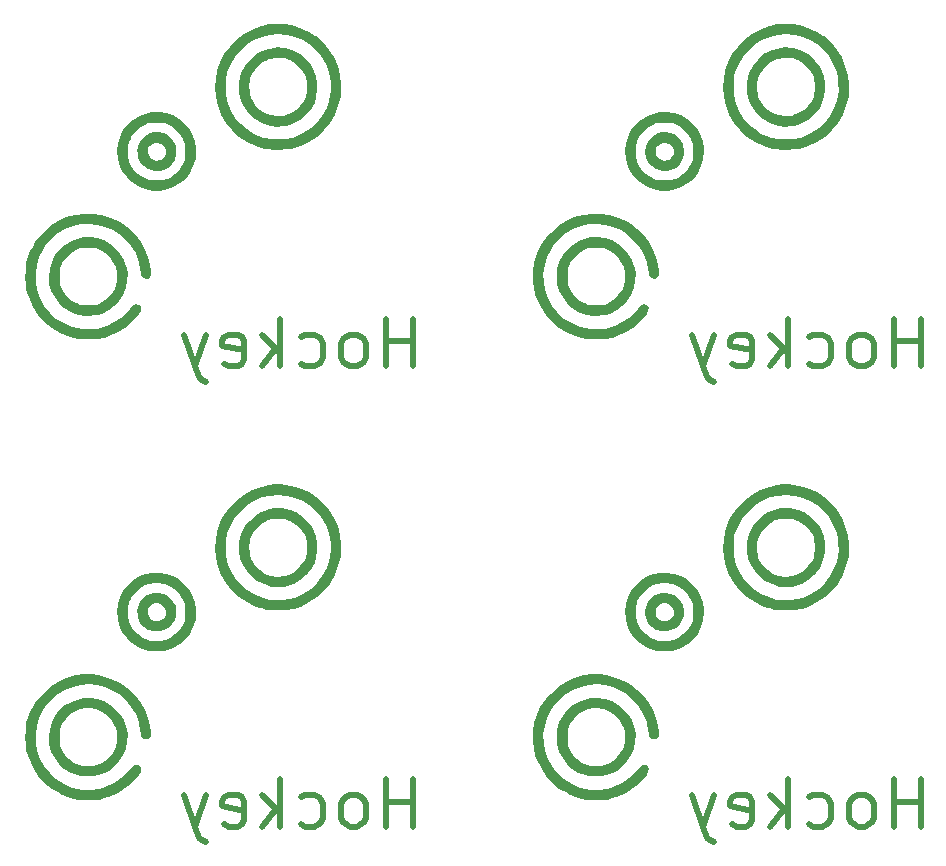
<source format=gbr>
%TF.GenerationSoftware,KiCad,Pcbnew,(6.0.7)*%
%TF.CreationDate,2023-02-26T08:18:57+08:00*%
%TF.ProjectId,Led_Control_Circuit_Panelization,4c65645f-436f-46e7-9472-6f6c5f436972,rev?*%
%TF.SameCoordinates,Original*%
%TF.FileFunction,Legend,Bot*%
%TF.FilePolarity,Positive*%
%FSLAX46Y46*%
G04 Gerber Fmt 4.6, Leading zero omitted, Abs format (unit mm)*
G04 Created by KiCad (PCBNEW (6.0.7)) date 2023-02-26 08:18:57*
%MOMM*%
%LPD*%
G01*
G04 APERTURE LIST*
%ADD10C,0.500000*%
G04 APERTURE END LIST*
D10*
X196160809Y-130090523D02*
X196160809Y-126090523D01*
X196160809Y-127995285D02*
X193875095Y-127995285D01*
X193875095Y-130090523D02*
X193875095Y-126090523D01*
X191398904Y-130090523D02*
X191779857Y-129900047D01*
X191970333Y-129709571D01*
X192160809Y-129328619D01*
X192160809Y-128185761D01*
X191970333Y-127804809D01*
X191779857Y-127614333D01*
X191398904Y-127423857D01*
X190827476Y-127423857D01*
X190446523Y-127614333D01*
X190256047Y-127804809D01*
X190065571Y-128185761D01*
X190065571Y-129328619D01*
X190256047Y-129709571D01*
X190446523Y-129900047D01*
X190827476Y-130090523D01*
X191398904Y-130090523D01*
X186637000Y-129900047D02*
X187017952Y-130090523D01*
X187779857Y-130090523D01*
X188160809Y-129900047D01*
X188351285Y-129709571D01*
X188541761Y-129328619D01*
X188541761Y-128185761D01*
X188351285Y-127804809D01*
X188160809Y-127614333D01*
X187779857Y-127423857D01*
X187017952Y-127423857D01*
X186637000Y-127614333D01*
X184922714Y-130090523D02*
X184922714Y-126090523D01*
X184541761Y-128566714D02*
X183398904Y-130090523D01*
X183398904Y-127423857D02*
X184922714Y-128947666D01*
X180160809Y-129900047D02*
X180541761Y-130090523D01*
X181303666Y-130090523D01*
X181684619Y-129900047D01*
X181875095Y-129519095D01*
X181875095Y-127995285D01*
X181684619Y-127614333D01*
X181303666Y-127423857D01*
X180541761Y-127423857D01*
X180160809Y-127614333D01*
X179970333Y-127995285D01*
X179970333Y-128376238D01*
X181875095Y-128757190D01*
X178637000Y-127423857D02*
X177684619Y-130090523D01*
X176732238Y-127423857D02*
X177684619Y-130090523D01*
X178065571Y-131042904D01*
X178256047Y-131233380D01*
X178637000Y-131423857D01*
X153160809Y-130090523D02*
X153160809Y-126090523D01*
X153160809Y-127995285D02*
X150875095Y-127995285D01*
X150875095Y-130090523D02*
X150875095Y-126090523D01*
X148398904Y-130090523D02*
X148779857Y-129900047D01*
X148970333Y-129709571D01*
X149160809Y-129328619D01*
X149160809Y-128185761D01*
X148970333Y-127804809D01*
X148779857Y-127614333D01*
X148398904Y-127423857D01*
X147827476Y-127423857D01*
X147446523Y-127614333D01*
X147256047Y-127804809D01*
X147065571Y-128185761D01*
X147065571Y-129328619D01*
X147256047Y-129709571D01*
X147446523Y-129900047D01*
X147827476Y-130090523D01*
X148398904Y-130090523D01*
X143637000Y-129900047D02*
X144017952Y-130090523D01*
X144779857Y-130090523D01*
X145160809Y-129900047D01*
X145351285Y-129709571D01*
X145541761Y-129328619D01*
X145541761Y-128185761D01*
X145351285Y-127804809D01*
X145160809Y-127614333D01*
X144779857Y-127423857D01*
X144017952Y-127423857D01*
X143637000Y-127614333D01*
X141922714Y-130090523D02*
X141922714Y-126090523D01*
X141541761Y-128566714D02*
X140398904Y-130090523D01*
X140398904Y-127423857D02*
X141922714Y-128947666D01*
X137160809Y-129900047D02*
X137541761Y-130090523D01*
X138303666Y-130090523D01*
X138684619Y-129900047D01*
X138875095Y-129519095D01*
X138875095Y-127995285D01*
X138684619Y-127614333D01*
X138303666Y-127423857D01*
X137541761Y-127423857D01*
X137160809Y-127614333D01*
X136970333Y-127995285D01*
X136970333Y-128376238D01*
X138875095Y-128757190D01*
X135637000Y-127423857D02*
X134684619Y-130090523D01*
X133732238Y-127423857D02*
X134684619Y-130090523D01*
X135065571Y-131042904D01*
X135256047Y-131233380D01*
X135637000Y-131423857D01*
X196160809Y-91090523D02*
X196160809Y-87090523D01*
X196160809Y-88995285D02*
X193875095Y-88995285D01*
X193875095Y-91090523D02*
X193875095Y-87090523D01*
X191398904Y-91090523D02*
X191779857Y-90900047D01*
X191970333Y-90709571D01*
X192160809Y-90328619D01*
X192160809Y-89185761D01*
X191970333Y-88804809D01*
X191779857Y-88614333D01*
X191398904Y-88423857D01*
X190827476Y-88423857D01*
X190446523Y-88614333D01*
X190256047Y-88804809D01*
X190065571Y-89185761D01*
X190065571Y-90328619D01*
X190256047Y-90709571D01*
X190446523Y-90900047D01*
X190827476Y-91090523D01*
X191398904Y-91090523D01*
X186637000Y-90900047D02*
X187017952Y-91090523D01*
X187779857Y-91090523D01*
X188160809Y-90900047D01*
X188351285Y-90709571D01*
X188541761Y-90328619D01*
X188541761Y-89185761D01*
X188351285Y-88804809D01*
X188160809Y-88614333D01*
X187779857Y-88423857D01*
X187017952Y-88423857D01*
X186637000Y-88614333D01*
X184922714Y-91090523D02*
X184922714Y-87090523D01*
X184541761Y-89566714D02*
X183398904Y-91090523D01*
X183398904Y-88423857D02*
X184922714Y-89947666D01*
X180160809Y-90900047D02*
X180541761Y-91090523D01*
X181303666Y-91090523D01*
X181684619Y-90900047D01*
X181875095Y-90519095D01*
X181875095Y-88995285D01*
X181684619Y-88614333D01*
X181303666Y-88423857D01*
X180541761Y-88423857D01*
X180160809Y-88614333D01*
X179970333Y-88995285D01*
X179970333Y-89376238D01*
X181875095Y-89757190D01*
X178637000Y-88423857D02*
X177684619Y-91090523D01*
X176732238Y-88423857D02*
X177684619Y-91090523D01*
X178065571Y-92042904D01*
X178256047Y-92233380D01*
X178637000Y-92423857D01*
X153160809Y-91090523D02*
X153160809Y-87090523D01*
X153160809Y-88995285D02*
X150875095Y-88995285D01*
X150875095Y-91090523D02*
X150875095Y-87090523D01*
X148398904Y-91090523D02*
X148779857Y-90900047D01*
X148970333Y-90709571D01*
X149160809Y-90328619D01*
X149160809Y-89185761D01*
X148970333Y-88804809D01*
X148779857Y-88614333D01*
X148398904Y-88423857D01*
X147827476Y-88423857D01*
X147446523Y-88614333D01*
X147256047Y-88804809D01*
X147065571Y-89185761D01*
X147065571Y-90328619D01*
X147256047Y-90709571D01*
X147446523Y-90900047D01*
X147827476Y-91090523D01*
X148398904Y-91090523D01*
X143637000Y-90900047D02*
X144017952Y-91090523D01*
X144779857Y-91090523D01*
X145160809Y-90900047D01*
X145351285Y-90709571D01*
X145541761Y-90328619D01*
X145541761Y-89185761D01*
X145351285Y-88804809D01*
X145160809Y-88614333D01*
X144779857Y-88423857D01*
X144017952Y-88423857D01*
X143637000Y-88614333D01*
X141922714Y-91090523D02*
X141922714Y-87090523D01*
X141541761Y-89566714D02*
X140398904Y-91090523D01*
X140398904Y-88423857D02*
X141922714Y-89947666D01*
X137160809Y-90900047D02*
X137541761Y-91090523D01*
X138303666Y-91090523D01*
X138684619Y-90900047D01*
X138875095Y-90519095D01*
X138875095Y-88995285D01*
X138684619Y-88614333D01*
X138303666Y-88423857D01*
X137541761Y-88423857D01*
X137160809Y-88614333D01*
X136970333Y-88995285D01*
X136970333Y-89376238D01*
X138875095Y-89757190D01*
X135637000Y-88423857D02*
X134684619Y-91090523D01*
X133732238Y-88423857D02*
X134684619Y-91090523D01*
X135065571Y-92042904D01*
X135256047Y-92233380D01*
X135637000Y-92423857D01*
%TO.C,G\u002A\u002A\u002A3*%
G36*
X179546013Y-105151309D02*
G01*
X179727951Y-104559798D01*
X179999226Y-103977635D01*
X180154083Y-103707711D01*
X180622731Y-103051205D01*
X181181944Y-102475006D01*
X181818690Y-101988861D01*
X182519941Y-101602520D01*
X183272667Y-101325730D01*
X183375228Y-101297884D01*
X183948809Y-101170234D01*
X184457652Y-101108309D01*
X184942907Y-101109433D01*
X185413546Y-101165464D01*
X186136949Y-101318011D01*
X186768787Y-101522735D01*
X187336669Y-101790729D01*
X187868201Y-102133086D01*
X187922860Y-102173673D01*
X188517759Y-102695865D01*
X189026000Y-103296189D01*
X189441551Y-103960033D01*
X189758385Y-104672784D01*
X189970471Y-105419829D01*
X190071781Y-106186555D01*
X190056284Y-106958349D01*
X190018189Y-107251943D01*
X189826592Y-108059604D01*
X189525139Y-108812492D01*
X189121118Y-109502129D01*
X188621820Y-110120038D01*
X188034533Y-110657740D01*
X187366548Y-111106757D01*
X186625154Y-111458611D01*
X186303585Y-111572201D01*
X186055202Y-111645909D01*
X185827092Y-111697118D01*
X185583018Y-111730769D01*
X185286743Y-111751804D01*
X184902030Y-111765163D01*
X184885471Y-111765579D01*
X184363665Y-111768733D01*
X183955170Y-111748909D01*
X183649256Y-111705551D01*
X183624925Y-111700138D01*
X182825549Y-111454638D01*
X182088434Y-111104902D01*
X181421871Y-110657447D01*
X180834152Y-110118789D01*
X180333568Y-109495443D01*
X179929462Y-108796112D01*
X179696352Y-108252454D01*
X179539808Y-107734010D01*
X179449644Y-107195250D01*
X179415675Y-106590645D01*
X179414813Y-106495616D01*
X179416134Y-106464102D01*
X180289098Y-106464102D01*
X180316615Y-107066112D01*
X180405403Y-107595041D01*
X180564812Y-108092678D01*
X180739510Y-108476775D01*
X181097612Y-109057424D01*
X181549223Y-109585986D01*
X182073324Y-110044133D01*
X182648892Y-110413538D01*
X183254908Y-110675876D01*
X183266156Y-110679566D01*
X183532718Y-110765006D01*
X183742551Y-110824485D01*
X183928654Y-110862092D01*
X184124026Y-110881912D01*
X184361667Y-110888033D01*
X184674577Y-110884542D01*
X184885471Y-110880121D01*
X185255606Y-110868316D01*
X185535882Y-110848199D01*
X185762454Y-110814603D01*
X185971478Y-110762360D01*
X186170859Y-110696417D01*
X186873873Y-110383985D01*
X187493511Y-109977499D01*
X188027267Y-109479603D01*
X188472634Y-108892937D01*
X188827107Y-108220144D01*
X189022606Y-107690420D01*
X189125933Y-107222719D01*
X189174995Y-106688359D01*
X189169792Y-106134459D01*
X189110324Y-105608134D01*
X189022592Y-105235070D01*
X188740012Y-104519349D01*
X188365628Y-103881783D01*
X187909528Y-103327767D01*
X187381798Y-102862699D01*
X186792526Y-102491978D01*
X186151798Y-102221000D01*
X185469702Y-102055163D01*
X184756326Y-101999865D01*
X184021755Y-102060504D01*
X183372816Y-102211912D01*
X182703036Y-102480555D01*
X182093724Y-102855159D01*
X181553608Y-103326734D01*
X181091417Y-103886296D01*
X180715878Y-104524855D01*
X180435721Y-105233426D01*
X180434525Y-105237291D01*
X180365539Y-105488717D01*
X180321601Y-105732479D01*
X180297842Y-106009666D01*
X180289390Y-106361364D01*
X180289098Y-106464102D01*
X179416134Y-106464102D01*
X179444577Y-105785479D01*
X179546013Y-105151309D01*
G37*
G36*
X172869973Y-111476541D02*
G01*
X173018366Y-111083226D01*
X173267920Y-110762841D01*
X173621478Y-110510694D01*
X173722094Y-110459826D01*
X174167549Y-110311294D01*
X174605826Y-110282944D01*
X175021715Y-110370536D01*
X175400001Y-110569831D01*
X175725474Y-110876588D01*
X175854188Y-111054048D01*
X175971998Y-111258620D01*
X176039517Y-111447046D01*
X176073500Y-111675828D01*
X176083347Y-111826896D01*
X176065810Y-112253879D01*
X175957342Y-112620092D01*
X175745363Y-112963511D01*
X175680274Y-113043704D01*
X175391844Y-113292640D01*
X175031066Y-113462401D01*
X174627903Y-113547446D01*
X174212317Y-113542232D01*
X173814274Y-113441219D01*
X173729640Y-113404460D01*
X173349191Y-113161188D01*
X173067385Y-112841647D01*
X172889439Y-112454193D01*
X172820573Y-112007185D01*
X172820214Y-111975608D01*
X173698283Y-111975608D01*
X173758968Y-112238005D01*
X173860920Y-112414898D01*
X174034075Y-112565472D01*
X174241623Y-112670091D01*
X174436391Y-112708077D01*
X174506879Y-112698052D01*
X174647144Y-112673408D01*
X174675368Y-112672291D01*
X174811820Y-112621118D01*
X174968662Y-112490812D01*
X175112393Y-112316193D01*
X175209509Y-112132081D01*
X175216903Y-112109467D01*
X175244628Y-111836585D01*
X175170940Y-111597628D01*
X175018142Y-111402346D01*
X174808535Y-111260491D01*
X174564421Y-111181813D01*
X174308102Y-111176064D01*
X174061882Y-111252993D01*
X173848060Y-111422353D01*
X173796493Y-111488436D01*
X173709602Y-111708637D01*
X173698283Y-111975608D01*
X172820214Y-111975608D01*
X172819895Y-111947477D01*
X172869973Y-111476541D01*
G37*
G36*
X169068079Y-117190818D02*
G01*
X169842282Y-117314460D01*
X170605097Y-117554464D01*
X171345538Y-117912068D01*
X171586244Y-118058106D01*
X172152317Y-118486831D01*
X172662163Y-119004591D01*
X173104115Y-119591587D01*
X173466504Y-120228016D01*
X173737663Y-120894080D01*
X173905924Y-121569977D01*
X173957963Y-122082816D01*
X173935950Y-122384274D01*
X173845168Y-122582311D01*
X173683245Y-122680653D01*
X173569286Y-122693631D01*
X173381704Y-122663702D01*
X173246465Y-122562977D01*
X173152315Y-122375041D01*
X173088001Y-122083484D01*
X173072278Y-121968817D01*
X172920528Y-121240243D01*
X172655205Y-120558846D01*
X172283173Y-119934588D01*
X171811293Y-119377430D01*
X171246429Y-118897334D01*
X170735843Y-118577409D01*
X170069294Y-118283827D01*
X169384217Y-118108003D01*
X168692882Y-118045457D01*
X168007561Y-118091713D01*
X167340525Y-118242292D01*
X166704044Y-118492719D01*
X166110389Y-118838514D01*
X165571832Y-119275201D01*
X165100643Y-119798302D01*
X164709093Y-120403340D01*
X164496750Y-120853968D01*
X164281139Y-121546106D01*
X164184141Y-122256504D01*
X164202841Y-122969938D01*
X164334323Y-123671185D01*
X164575673Y-124345024D01*
X164923976Y-124976232D01*
X165376317Y-125549587D01*
X165400847Y-125575656D01*
X165961733Y-126078878D01*
X166589409Y-126481223D01*
X167269323Y-126774471D01*
X167760906Y-126908819D01*
X168106572Y-126956298D01*
X168524745Y-126975355D01*
X168965293Y-126966712D01*
X169378086Y-126931092D01*
X169664379Y-126881400D01*
X170263186Y-126684737D01*
X170859116Y-126385302D01*
X171421290Y-126003231D01*
X171918831Y-125558656D01*
X172213504Y-125219246D01*
X172374186Y-125019772D01*
X172492753Y-124903728D01*
X172597179Y-124849771D01*
X172715119Y-124836559D01*
X172939229Y-124881255D01*
X173077347Y-125004504D01*
X173126551Y-125190051D01*
X173083919Y-125421636D01*
X172946529Y-125683004D01*
X172882786Y-125769376D01*
X172356091Y-126358439D01*
X171783722Y-126843024D01*
X171145009Y-127237652D01*
X170419285Y-127556843D01*
X170255828Y-127614985D01*
X170003531Y-127696832D01*
X169784333Y-127753219D01*
X169560867Y-127789823D01*
X169295769Y-127812324D01*
X168951671Y-127826399D01*
X168845025Y-127829369D01*
X168512880Y-127835600D01*
X168210990Y-127836703D01*
X167969612Y-127832879D01*
X167819002Y-127824328D01*
X167805074Y-127822492D01*
X167475284Y-127749627D01*
X167080889Y-127628630D01*
X166666244Y-127474752D01*
X166275703Y-127303248D01*
X166229392Y-127280639D01*
X165539885Y-126871051D01*
X164931012Y-126364726D01*
X164403197Y-125762168D01*
X163956864Y-125063883D01*
X163592436Y-124270375D01*
X163507423Y-124037808D01*
X163443086Y-123844219D01*
X163397234Y-123674794D01*
X163366792Y-123501827D01*
X163348681Y-123297611D01*
X163339825Y-123034442D01*
X163337146Y-122684612D01*
X163337123Y-122504549D01*
X163338355Y-122116767D01*
X163343671Y-121826882D01*
X163356732Y-121606736D01*
X163381199Y-121428172D01*
X163420734Y-121263033D01*
X163478997Y-121083160D01*
X163546090Y-120897353D01*
X163744747Y-120388306D01*
X163939328Y-119969993D01*
X164149774Y-119609402D01*
X164396025Y-119273520D01*
X164698020Y-118929335D01*
X164798916Y-118823210D01*
X165410744Y-118274688D01*
X166077100Y-117835098D01*
X166786998Y-117505678D01*
X167529450Y-117287665D01*
X168293473Y-117182299D01*
X169068079Y-117190818D01*
G37*
G36*
X181507043Y-105559775D02*
G01*
X181731841Y-104966407D01*
X181809544Y-104817252D01*
X182025433Y-104499247D01*
X182317227Y-104169263D01*
X182649956Y-103860488D01*
X182988653Y-103606110D01*
X183230493Y-103468666D01*
X183573365Y-103332355D01*
X183960322Y-103216641D01*
X184342854Y-103133649D01*
X184672451Y-103095509D01*
X184727903Y-103094330D01*
X185041414Y-103122061D01*
X185417595Y-103197171D01*
X185807988Y-103307538D01*
X186164136Y-103441042D01*
X186226433Y-103469191D01*
X186551616Y-103662294D01*
X186894415Y-103934352D01*
X187222066Y-104253300D01*
X187501807Y-104587074D01*
X187700872Y-104903612D01*
X187708853Y-104919933D01*
X187932283Y-105515237D01*
X188049749Y-106136776D01*
X188058228Y-106757362D01*
X187971890Y-107285972D01*
X187808486Y-107783902D01*
X187582384Y-108214597D01*
X187269615Y-108619568D01*
X187096256Y-108802419D01*
X186594343Y-109227397D01*
X186052182Y-109538084D01*
X185477735Y-109730285D01*
X185260082Y-109770315D01*
X184973430Y-109807916D01*
X184750454Y-109823273D01*
X184536518Y-109816202D01*
X184276986Y-109786518D01*
X184136244Y-109766535D01*
X183753194Y-109669245D01*
X183333681Y-109493668D01*
X182919209Y-109260566D01*
X182551284Y-108990700D01*
X182505401Y-108950765D01*
X182072861Y-108484601D01*
X181743240Y-107957808D01*
X181519192Y-107386158D01*
X181403374Y-106785421D01*
X181400792Y-106464102D01*
X182301352Y-106464102D01*
X182303911Y-106778606D01*
X182315575Y-107001676D01*
X182342327Y-107167891D01*
X182390148Y-107311834D01*
X182465023Y-107468084D01*
X182479980Y-107496665D01*
X182801554Y-107988624D01*
X183191690Y-108384249D01*
X183638672Y-108677852D01*
X184130783Y-108863744D01*
X184656305Y-108936238D01*
X185203524Y-108889644D01*
X185304442Y-108867932D01*
X185783759Y-108693640D01*
X186229928Y-108413773D01*
X186618074Y-108048535D01*
X186923320Y-107618134D01*
X186982835Y-107504620D01*
X187059431Y-107335823D01*
X187108927Y-107182331D01*
X187137106Y-107008707D01*
X187149753Y-106779515D01*
X187152650Y-106464102D01*
X187149692Y-106145552D01*
X187136938Y-105917484D01*
X187108563Y-105744389D01*
X187058742Y-105590757D01*
X186981653Y-105421077D01*
X186981544Y-105420856D01*
X186729319Y-105023678D01*
X186387131Y-104654284D01*
X185990867Y-104347691D01*
X185736340Y-104205718D01*
X185517582Y-104109076D01*
X185332479Y-104051062D01*
X185133355Y-104022278D01*
X184872530Y-104013325D01*
X184759417Y-104013133D01*
X184414427Y-104024226D01*
X184144733Y-104060619D01*
X183900814Y-104129979D01*
X183827585Y-104157451D01*
X183461784Y-104353408D01*
X183099659Y-104641284D01*
X182774254Y-104990412D01*
X182518615Y-105370128D01*
X182516383Y-105374234D01*
X182421612Y-105555165D01*
X182359766Y-105702749D01*
X182323834Y-105852529D01*
X182306803Y-106040049D01*
X182301658Y-106300855D01*
X182301352Y-106464102D01*
X181400792Y-106464102D01*
X181398439Y-106171370D01*
X181507043Y-105559775D01*
G37*
G36*
X171346322Y-110669882D02*
G01*
X171625048Y-110118774D01*
X172001783Y-109633640D01*
X172468749Y-109225090D01*
X173018167Y-108903733D01*
X173455108Y-108733983D01*
X174075234Y-108599227D01*
X174684723Y-108581957D01*
X175271949Y-108673609D01*
X175825285Y-108865617D01*
X176333105Y-109149417D01*
X176783782Y-109516444D01*
X177165690Y-109958134D01*
X177467203Y-110465921D01*
X177676694Y-111031241D01*
X177782536Y-111645529D01*
X177793273Y-111929732D01*
X177733218Y-112585813D01*
X177560208Y-113190798D01*
X177279306Y-113737876D01*
X176895574Y-114220239D01*
X176414077Y-114631078D01*
X175839876Y-114963583D01*
X175407170Y-115138684D01*
X175061853Y-115218018D01*
X174643743Y-115254115D01*
X174198327Y-115247311D01*
X173771096Y-115197946D01*
X173460674Y-115124191D01*
X172861887Y-114871934D01*
X172337033Y-114523867D01*
X171894587Y-114091537D01*
X171543022Y-113586486D01*
X171290816Y-113020259D01*
X171146441Y-112404402D01*
X171114007Y-111927576D01*
X171115187Y-111914638D01*
X172027903Y-111914638D01*
X172031371Y-112228604D01*
X172046138Y-112455214D01*
X172078745Y-112633076D01*
X172135735Y-112800799D01*
X172204348Y-112955913D01*
X172477221Y-113399723D01*
X172846797Y-113790309D01*
X173287571Y-114105353D01*
X173761154Y-114318353D01*
X173890840Y-114339024D01*
X174110164Y-114352260D01*
X174382844Y-114356416D01*
X174548995Y-114354072D01*
X174850252Y-114343072D01*
X175065944Y-114322128D01*
X175236554Y-114282264D01*
X175402568Y-114214502D01*
X175572369Y-114127159D01*
X176022641Y-113818596D01*
X176413557Y-113417623D01*
X176702154Y-112980039D01*
X176781862Y-112818462D01*
X176833587Y-112674618D01*
X176863315Y-112513907D01*
X176877032Y-112301729D01*
X176880722Y-112003484D01*
X176880782Y-111947477D01*
X176878220Y-111631785D01*
X176866130Y-111405944D01*
X176838260Y-111233792D01*
X176788362Y-111079168D01*
X176710186Y-110905910D01*
X176695602Y-110876013D01*
X176431523Y-110459972D01*
X176077897Y-110081099D01*
X175671230Y-109775780D01*
X175494404Y-109678726D01*
X175310198Y-109594171D01*
X175150653Y-109540287D01*
X174977721Y-109510375D01*
X174753354Y-109497738D01*
X174454454Y-109495641D01*
X174136206Y-109500291D01*
X173906046Y-109516622D01*
X173726132Y-109550767D01*
X173558619Y-109608856D01*
X173445416Y-109659106D01*
X172986641Y-109936972D01*
X172590997Y-110304295D01*
X172285006Y-110735393D01*
X172234669Y-110831525D01*
X172140796Y-111030848D01*
X172080624Y-111194899D01*
X172046714Y-111362638D01*
X172031630Y-111573023D01*
X172027935Y-111865013D01*
X172027903Y-111914638D01*
X171115187Y-111914638D01*
X171173382Y-111276352D01*
X171346322Y-110669882D01*
G37*
G36*
X165542443Y-121266367D02*
G01*
X165818689Y-120714706D01*
X166196841Y-120230895D01*
X166671939Y-119821729D01*
X167239027Y-119494004D01*
X167665995Y-119324038D01*
X168254279Y-119189699D01*
X168844909Y-119172565D01*
X169424118Y-119264818D01*
X169978141Y-119458642D01*
X170493209Y-119746220D01*
X170955558Y-120119737D01*
X171351420Y-120571375D01*
X171667029Y-121093318D01*
X171888619Y-121677750D01*
X171902536Y-121729514D01*
X171995450Y-122326407D01*
X171971460Y-122923669D01*
X171838730Y-123505900D01*
X171605419Y-124057701D01*
X171279690Y-124563671D01*
X170869703Y-125008409D01*
X170383621Y-125376516D01*
X169829604Y-125652590D01*
X169821948Y-125655522D01*
X169516763Y-125739314D01*
X169133671Y-125797105D01*
X168715352Y-125826857D01*
X168304490Y-125826534D01*
X167943767Y-125794101D01*
X167754105Y-125754178D01*
X167155520Y-125520202D01*
X166624577Y-125188214D01*
X166170743Y-124770672D01*
X165803489Y-124280032D01*
X165532284Y-123728751D01*
X165366596Y-123129288D01*
X165315496Y-122546051D01*
X165316472Y-122534737D01*
X166230153Y-122534737D01*
X166233177Y-122850914D01*
X166245558Y-123076886D01*
X166273492Y-123248462D01*
X166323171Y-123401452D01*
X166400789Y-123571664D01*
X166414203Y-123598837D01*
X166682814Y-124017008D01*
X167037945Y-124385609D01*
X167450996Y-124680901D01*
X167893364Y-124879145D01*
X167990399Y-124907024D01*
X168141169Y-124927913D01*
X168375509Y-124940483D01*
X168651102Y-124942847D01*
X168750484Y-124940886D01*
X169071700Y-124923849D01*
X169315766Y-124887284D01*
X169531190Y-124821645D01*
X169681286Y-124757741D01*
X170052089Y-124532476D01*
X170407251Y-124218023D01*
X170711505Y-123849712D01*
X170892389Y-123544499D01*
X170979271Y-123352627D01*
X171033935Y-123184077D01*
X171063892Y-122998294D01*
X171076652Y-122754722D01*
X171079341Y-122534959D01*
X171077896Y-122236537D01*
X171064556Y-122022678D01*
X171031120Y-121851944D01*
X170969390Y-121682898D01*
X170871168Y-121474102D01*
X170868268Y-121468205D01*
X170586379Y-121005650D01*
X170235384Y-120638222D01*
X169793622Y-120344263D01*
X169692151Y-120292224D01*
X169481388Y-120192888D01*
X169311106Y-120130255D01*
X169139749Y-120096048D01*
X168925759Y-120081995D01*
X168627577Y-120079820D01*
X168625398Y-120079826D01*
X168319900Y-120084463D01*
X168100491Y-120101134D01*
X167927297Y-120137127D01*
X167760443Y-120199726D01*
X167628812Y-120261920D01*
X167140085Y-120566522D01*
X166742040Y-120950015D01*
X166444965Y-121402411D01*
X166436158Y-121420111D01*
X166344482Y-121613987D01*
X166284874Y-121773416D01*
X166250508Y-121935325D01*
X166234560Y-122136643D01*
X166230204Y-122414300D01*
X166230153Y-122534737D01*
X165316472Y-122534737D01*
X165373059Y-121879080D01*
X165542443Y-121266367D01*
G37*
%TO.C,G\u002A\u002A\u002A2*%
G36*
X136546013Y-105151309D02*
G01*
X136727951Y-104559798D01*
X136999226Y-103977635D01*
X137154083Y-103707711D01*
X137622731Y-103051205D01*
X138181944Y-102475006D01*
X138818690Y-101988861D01*
X139519941Y-101602520D01*
X140272667Y-101325730D01*
X140375228Y-101297884D01*
X140948809Y-101170234D01*
X141457652Y-101108309D01*
X141942907Y-101109433D01*
X142413546Y-101165464D01*
X143136949Y-101318011D01*
X143768787Y-101522735D01*
X144336669Y-101790729D01*
X144868201Y-102133086D01*
X144922860Y-102173673D01*
X145517759Y-102695865D01*
X146026000Y-103296189D01*
X146441551Y-103960033D01*
X146758385Y-104672784D01*
X146970471Y-105419829D01*
X147071781Y-106186555D01*
X147056284Y-106958349D01*
X147018189Y-107251943D01*
X146826592Y-108059604D01*
X146525139Y-108812492D01*
X146121118Y-109502129D01*
X145621820Y-110120038D01*
X145034533Y-110657740D01*
X144366548Y-111106757D01*
X143625154Y-111458611D01*
X143303585Y-111572201D01*
X143055202Y-111645909D01*
X142827092Y-111697118D01*
X142583018Y-111730769D01*
X142286743Y-111751804D01*
X141902030Y-111765163D01*
X141885471Y-111765579D01*
X141363665Y-111768733D01*
X140955170Y-111748909D01*
X140649256Y-111705551D01*
X140624925Y-111700138D01*
X139825549Y-111454638D01*
X139088434Y-111104902D01*
X138421871Y-110657447D01*
X137834152Y-110118789D01*
X137333568Y-109495443D01*
X136929462Y-108796112D01*
X136696352Y-108252454D01*
X136539808Y-107734010D01*
X136449644Y-107195250D01*
X136415675Y-106590645D01*
X136414813Y-106495616D01*
X136416134Y-106464102D01*
X137289098Y-106464102D01*
X137316615Y-107066112D01*
X137405403Y-107595041D01*
X137564812Y-108092678D01*
X137739510Y-108476775D01*
X138097612Y-109057424D01*
X138549223Y-109585986D01*
X139073324Y-110044133D01*
X139648892Y-110413538D01*
X140254908Y-110675876D01*
X140266156Y-110679566D01*
X140532718Y-110765006D01*
X140742551Y-110824485D01*
X140928654Y-110862092D01*
X141124026Y-110881912D01*
X141361667Y-110888033D01*
X141674577Y-110884542D01*
X141885471Y-110880121D01*
X142255606Y-110868316D01*
X142535882Y-110848199D01*
X142762454Y-110814603D01*
X142971478Y-110762360D01*
X143170859Y-110696417D01*
X143873873Y-110383985D01*
X144493511Y-109977499D01*
X145027267Y-109479603D01*
X145472634Y-108892937D01*
X145827107Y-108220144D01*
X146022606Y-107690420D01*
X146125933Y-107222719D01*
X146174995Y-106688359D01*
X146169792Y-106134459D01*
X146110324Y-105608134D01*
X146022592Y-105235070D01*
X145740012Y-104519349D01*
X145365628Y-103881783D01*
X144909528Y-103327767D01*
X144381798Y-102862699D01*
X143792526Y-102491978D01*
X143151798Y-102221000D01*
X142469702Y-102055163D01*
X141756326Y-101999865D01*
X141021755Y-102060504D01*
X140372816Y-102211912D01*
X139703036Y-102480555D01*
X139093724Y-102855159D01*
X138553608Y-103326734D01*
X138091417Y-103886296D01*
X137715878Y-104524855D01*
X137435721Y-105233426D01*
X137434525Y-105237291D01*
X137365539Y-105488717D01*
X137321601Y-105732479D01*
X137297842Y-106009666D01*
X137289390Y-106361364D01*
X137289098Y-106464102D01*
X136416134Y-106464102D01*
X136444577Y-105785479D01*
X136546013Y-105151309D01*
G37*
G36*
X129869973Y-111476541D02*
G01*
X130018366Y-111083226D01*
X130267920Y-110762841D01*
X130621478Y-110510694D01*
X130722094Y-110459826D01*
X131167549Y-110311294D01*
X131605826Y-110282944D01*
X132021715Y-110370536D01*
X132400001Y-110569831D01*
X132725474Y-110876588D01*
X132854188Y-111054048D01*
X132971998Y-111258620D01*
X133039517Y-111447046D01*
X133073500Y-111675828D01*
X133083347Y-111826896D01*
X133065810Y-112253879D01*
X132957342Y-112620092D01*
X132745363Y-112963511D01*
X132680274Y-113043704D01*
X132391844Y-113292640D01*
X132031066Y-113462401D01*
X131627903Y-113547446D01*
X131212317Y-113542232D01*
X130814274Y-113441219D01*
X130729640Y-113404460D01*
X130349191Y-113161188D01*
X130067385Y-112841647D01*
X129889439Y-112454193D01*
X129820573Y-112007185D01*
X129820214Y-111975608D01*
X130698283Y-111975608D01*
X130758968Y-112238005D01*
X130860920Y-112414898D01*
X131034075Y-112565472D01*
X131241623Y-112670091D01*
X131436391Y-112708077D01*
X131506879Y-112698052D01*
X131647144Y-112673408D01*
X131675368Y-112672291D01*
X131811820Y-112621118D01*
X131968662Y-112490812D01*
X132112393Y-112316193D01*
X132209509Y-112132081D01*
X132216903Y-112109467D01*
X132244628Y-111836585D01*
X132170940Y-111597628D01*
X132018142Y-111402346D01*
X131808535Y-111260491D01*
X131564421Y-111181813D01*
X131308102Y-111176064D01*
X131061882Y-111252993D01*
X130848060Y-111422353D01*
X130796493Y-111488436D01*
X130709602Y-111708637D01*
X130698283Y-111975608D01*
X129820214Y-111975608D01*
X129819895Y-111947477D01*
X129869973Y-111476541D01*
G37*
G36*
X126068079Y-117190818D02*
G01*
X126842282Y-117314460D01*
X127605097Y-117554464D01*
X128345538Y-117912068D01*
X128586244Y-118058106D01*
X129152317Y-118486831D01*
X129662163Y-119004591D01*
X130104115Y-119591587D01*
X130466504Y-120228016D01*
X130737663Y-120894080D01*
X130905924Y-121569977D01*
X130957963Y-122082816D01*
X130935950Y-122384274D01*
X130845168Y-122582311D01*
X130683245Y-122680653D01*
X130569286Y-122693631D01*
X130381704Y-122663702D01*
X130246465Y-122562977D01*
X130152315Y-122375041D01*
X130088001Y-122083484D01*
X130072278Y-121968817D01*
X129920528Y-121240243D01*
X129655205Y-120558846D01*
X129283173Y-119934588D01*
X128811293Y-119377430D01*
X128246429Y-118897334D01*
X127735843Y-118577409D01*
X127069294Y-118283827D01*
X126384217Y-118108003D01*
X125692882Y-118045457D01*
X125007561Y-118091713D01*
X124340525Y-118242292D01*
X123704044Y-118492719D01*
X123110389Y-118838514D01*
X122571832Y-119275201D01*
X122100643Y-119798302D01*
X121709093Y-120403340D01*
X121496750Y-120853968D01*
X121281139Y-121546106D01*
X121184141Y-122256504D01*
X121202841Y-122969938D01*
X121334323Y-123671185D01*
X121575673Y-124345024D01*
X121923976Y-124976232D01*
X122376317Y-125549587D01*
X122400847Y-125575656D01*
X122961733Y-126078878D01*
X123589409Y-126481223D01*
X124269323Y-126774471D01*
X124760906Y-126908819D01*
X125106572Y-126956298D01*
X125524745Y-126975355D01*
X125965293Y-126966712D01*
X126378086Y-126931092D01*
X126664379Y-126881400D01*
X127263186Y-126684737D01*
X127859116Y-126385302D01*
X128421290Y-126003231D01*
X128918831Y-125558656D01*
X129213504Y-125219246D01*
X129374186Y-125019772D01*
X129492753Y-124903728D01*
X129597179Y-124849771D01*
X129715119Y-124836559D01*
X129939229Y-124881255D01*
X130077347Y-125004504D01*
X130126551Y-125190051D01*
X130083919Y-125421636D01*
X129946529Y-125683004D01*
X129882786Y-125769376D01*
X129356091Y-126358439D01*
X128783722Y-126843024D01*
X128145009Y-127237652D01*
X127419285Y-127556843D01*
X127255828Y-127614985D01*
X127003531Y-127696832D01*
X126784333Y-127753219D01*
X126560867Y-127789823D01*
X126295769Y-127812324D01*
X125951671Y-127826399D01*
X125845025Y-127829369D01*
X125512880Y-127835600D01*
X125210990Y-127836703D01*
X124969612Y-127832879D01*
X124819002Y-127824328D01*
X124805074Y-127822492D01*
X124475284Y-127749627D01*
X124080889Y-127628630D01*
X123666244Y-127474752D01*
X123275703Y-127303248D01*
X123229392Y-127280639D01*
X122539885Y-126871051D01*
X121931012Y-126364726D01*
X121403197Y-125762168D01*
X120956864Y-125063883D01*
X120592436Y-124270375D01*
X120507423Y-124037808D01*
X120443086Y-123844219D01*
X120397234Y-123674794D01*
X120366792Y-123501827D01*
X120348681Y-123297611D01*
X120339825Y-123034442D01*
X120337146Y-122684612D01*
X120337123Y-122504549D01*
X120338355Y-122116767D01*
X120343671Y-121826882D01*
X120356732Y-121606736D01*
X120381199Y-121428172D01*
X120420734Y-121263033D01*
X120478997Y-121083160D01*
X120546090Y-120897353D01*
X120744747Y-120388306D01*
X120939328Y-119969993D01*
X121149774Y-119609402D01*
X121396025Y-119273520D01*
X121698020Y-118929335D01*
X121798916Y-118823210D01*
X122410744Y-118274688D01*
X123077100Y-117835098D01*
X123786998Y-117505678D01*
X124529450Y-117287665D01*
X125293473Y-117182299D01*
X126068079Y-117190818D01*
G37*
G36*
X138507043Y-105559775D02*
G01*
X138731841Y-104966407D01*
X138809544Y-104817252D01*
X139025433Y-104499247D01*
X139317227Y-104169263D01*
X139649956Y-103860488D01*
X139988653Y-103606110D01*
X140230493Y-103468666D01*
X140573365Y-103332355D01*
X140960322Y-103216641D01*
X141342854Y-103133649D01*
X141672451Y-103095509D01*
X141727903Y-103094330D01*
X142041414Y-103122061D01*
X142417595Y-103197171D01*
X142807988Y-103307538D01*
X143164136Y-103441042D01*
X143226433Y-103469191D01*
X143551616Y-103662294D01*
X143894415Y-103934352D01*
X144222066Y-104253300D01*
X144501807Y-104587074D01*
X144700872Y-104903612D01*
X144708853Y-104919933D01*
X144932283Y-105515237D01*
X145049749Y-106136776D01*
X145058228Y-106757362D01*
X144971890Y-107285972D01*
X144808486Y-107783902D01*
X144582384Y-108214597D01*
X144269615Y-108619568D01*
X144096256Y-108802419D01*
X143594343Y-109227397D01*
X143052182Y-109538084D01*
X142477735Y-109730285D01*
X142260082Y-109770315D01*
X141973430Y-109807916D01*
X141750454Y-109823273D01*
X141536518Y-109816202D01*
X141276986Y-109786518D01*
X141136244Y-109766535D01*
X140753194Y-109669245D01*
X140333681Y-109493668D01*
X139919209Y-109260566D01*
X139551284Y-108990700D01*
X139505401Y-108950765D01*
X139072861Y-108484601D01*
X138743240Y-107957808D01*
X138519192Y-107386158D01*
X138403374Y-106785421D01*
X138400792Y-106464102D01*
X139301352Y-106464102D01*
X139303911Y-106778606D01*
X139315575Y-107001676D01*
X139342327Y-107167891D01*
X139390148Y-107311834D01*
X139465023Y-107468084D01*
X139479980Y-107496665D01*
X139801554Y-107988624D01*
X140191690Y-108384249D01*
X140638672Y-108677852D01*
X141130783Y-108863744D01*
X141656305Y-108936238D01*
X142203524Y-108889644D01*
X142304442Y-108867932D01*
X142783759Y-108693640D01*
X143229928Y-108413773D01*
X143618074Y-108048535D01*
X143923320Y-107618134D01*
X143982835Y-107504620D01*
X144059431Y-107335823D01*
X144108927Y-107182331D01*
X144137106Y-107008707D01*
X144149753Y-106779515D01*
X144152650Y-106464102D01*
X144149692Y-106145552D01*
X144136938Y-105917484D01*
X144108563Y-105744389D01*
X144058742Y-105590757D01*
X143981653Y-105421077D01*
X143981544Y-105420856D01*
X143729319Y-105023678D01*
X143387131Y-104654284D01*
X142990867Y-104347691D01*
X142736340Y-104205718D01*
X142517582Y-104109076D01*
X142332479Y-104051062D01*
X142133355Y-104022278D01*
X141872530Y-104013325D01*
X141759417Y-104013133D01*
X141414427Y-104024226D01*
X141144733Y-104060619D01*
X140900814Y-104129979D01*
X140827585Y-104157451D01*
X140461784Y-104353408D01*
X140099659Y-104641284D01*
X139774254Y-104990412D01*
X139518615Y-105370128D01*
X139516383Y-105374234D01*
X139421612Y-105555165D01*
X139359766Y-105702749D01*
X139323834Y-105852529D01*
X139306803Y-106040049D01*
X139301658Y-106300855D01*
X139301352Y-106464102D01*
X138400792Y-106464102D01*
X138398439Y-106171370D01*
X138507043Y-105559775D01*
G37*
G36*
X128346322Y-110669882D02*
G01*
X128625048Y-110118774D01*
X129001783Y-109633640D01*
X129468749Y-109225090D01*
X130018167Y-108903733D01*
X130455108Y-108733983D01*
X131075234Y-108599227D01*
X131684723Y-108581957D01*
X132271949Y-108673609D01*
X132825285Y-108865617D01*
X133333105Y-109149417D01*
X133783782Y-109516444D01*
X134165690Y-109958134D01*
X134467203Y-110465921D01*
X134676694Y-111031241D01*
X134782536Y-111645529D01*
X134793273Y-111929732D01*
X134733218Y-112585813D01*
X134560208Y-113190798D01*
X134279306Y-113737876D01*
X133895574Y-114220239D01*
X133414077Y-114631078D01*
X132839876Y-114963583D01*
X132407170Y-115138684D01*
X132061853Y-115218018D01*
X131643743Y-115254115D01*
X131198327Y-115247311D01*
X130771096Y-115197946D01*
X130460674Y-115124191D01*
X129861887Y-114871934D01*
X129337033Y-114523867D01*
X128894587Y-114091537D01*
X128543022Y-113586486D01*
X128290816Y-113020259D01*
X128146441Y-112404402D01*
X128114007Y-111927576D01*
X128115187Y-111914638D01*
X129027903Y-111914638D01*
X129031371Y-112228604D01*
X129046138Y-112455214D01*
X129078745Y-112633076D01*
X129135735Y-112800799D01*
X129204348Y-112955913D01*
X129477221Y-113399723D01*
X129846797Y-113790309D01*
X130287571Y-114105353D01*
X130761154Y-114318353D01*
X130890840Y-114339024D01*
X131110164Y-114352260D01*
X131382844Y-114356416D01*
X131548995Y-114354072D01*
X131850252Y-114343072D01*
X132065944Y-114322128D01*
X132236554Y-114282264D01*
X132402568Y-114214502D01*
X132572369Y-114127159D01*
X133022641Y-113818596D01*
X133413557Y-113417623D01*
X133702154Y-112980039D01*
X133781862Y-112818462D01*
X133833587Y-112674618D01*
X133863315Y-112513907D01*
X133877032Y-112301729D01*
X133880722Y-112003484D01*
X133880782Y-111947477D01*
X133878220Y-111631785D01*
X133866130Y-111405944D01*
X133838260Y-111233792D01*
X133788362Y-111079168D01*
X133710186Y-110905910D01*
X133695602Y-110876013D01*
X133431523Y-110459972D01*
X133077897Y-110081099D01*
X132671230Y-109775780D01*
X132494404Y-109678726D01*
X132310198Y-109594171D01*
X132150653Y-109540287D01*
X131977721Y-109510375D01*
X131753354Y-109497738D01*
X131454454Y-109495641D01*
X131136206Y-109500291D01*
X130906046Y-109516622D01*
X130726132Y-109550767D01*
X130558619Y-109608856D01*
X130445416Y-109659106D01*
X129986641Y-109936972D01*
X129590997Y-110304295D01*
X129285006Y-110735393D01*
X129234669Y-110831525D01*
X129140796Y-111030848D01*
X129080624Y-111194899D01*
X129046714Y-111362638D01*
X129031630Y-111573023D01*
X129027935Y-111865013D01*
X129027903Y-111914638D01*
X128115187Y-111914638D01*
X128173382Y-111276352D01*
X128346322Y-110669882D01*
G37*
G36*
X122542443Y-121266367D02*
G01*
X122818689Y-120714706D01*
X123196841Y-120230895D01*
X123671939Y-119821729D01*
X124239027Y-119494004D01*
X124665995Y-119324038D01*
X125254279Y-119189699D01*
X125844909Y-119172565D01*
X126424118Y-119264818D01*
X126978141Y-119458642D01*
X127493209Y-119746220D01*
X127955558Y-120119737D01*
X128351420Y-120571375D01*
X128667029Y-121093318D01*
X128888619Y-121677750D01*
X128902536Y-121729514D01*
X128995450Y-122326407D01*
X128971460Y-122923669D01*
X128838730Y-123505900D01*
X128605419Y-124057701D01*
X128279690Y-124563671D01*
X127869703Y-125008409D01*
X127383621Y-125376516D01*
X126829604Y-125652590D01*
X126821948Y-125655522D01*
X126516763Y-125739314D01*
X126133671Y-125797105D01*
X125715352Y-125826857D01*
X125304490Y-125826534D01*
X124943767Y-125794101D01*
X124754105Y-125754178D01*
X124155520Y-125520202D01*
X123624577Y-125188214D01*
X123170743Y-124770672D01*
X122803489Y-124280032D01*
X122532284Y-123728751D01*
X122366596Y-123129288D01*
X122315496Y-122546051D01*
X122316472Y-122534737D01*
X123230153Y-122534737D01*
X123233177Y-122850914D01*
X123245558Y-123076886D01*
X123273492Y-123248462D01*
X123323171Y-123401452D01*
X123400789Y-123571664D01*
X123414203Y-123598837D01*
X123682814Y-124017008D01*
X124037945Y-124385609D01*
X124450996Y-124680901D01*
X124893364Y-124879145D01*
X124990399Y-124907024D01*
X125141169Y-124927913D01*
X125375509Y-124940483D01*
X125651102Y-124942847D01*
X125750484Y-124940886D01*
X126071700Y-124923849D01*
X126315766Y-124887284D01*
X126531190Y-124821645D01*
X126681286Y-124757741D01*
X127052089Y-124532476D01*
X127407251Y-124218023D01*
X127711505Y-123849712D01*
X127892389Y-123544499D01*
X127979271Y-123352627D01*
X128033935Y-123184077D01*
X128063892Y-122998294D01*
X128076652Y-122754722D01*
X128079341Y-122534959D01*
X128077896Y-122236537D01*
X128064556Y-122022678D01*
X128031120Y-121851944D01*
X127969390Y-121682898D01*
X127871168Y-121474102D01*
X127868268Y-121468205D01*
X127586379Y-121005650D01*
X127235384Y-120638222D01*
X126793622Y-120344263D01*
X126692151Y-120292224D01*
X126481388Y-120192888D01*
X126311106Y-120130255D01*
X126139749Y-120096048D01*
X125925759Y-120081995D01*
X125627577Y-120079820D01*
X125625398Y-120079826D01*
X125319900Y-120084463D01*
X125100491Y-120101134D01*
X124927297Y-120137127D01*
X124760443Y-120199726D01*
X124628812Y-120261920D01*
X124140085Y-120566522D01*
X123742040Y-120950015D01*
X123444965Y-121402411D01*
X123436158Y-121420111D01*
X123344482Y-121613987D01*
X123284874Y-121773416D01*
X123250508Y-121935325D01*
X123234560Y-122136643D01*
X123230204Y-122414300D01*
X123230153Y-122534737D01*
X122316472Y-122534737D01*
X122373059Y-121879080D01*
X122542443Y-121266367D01*
G37*
%TO.C,G\u002A\u002A\u002A1*%
G36*
X179546013Y-66151309D02*
G01*
X179727951Y-65559798D01*
X179999226Y-64977635D01*
X180154083Y-64707711D01*
X180622731Y-64051205D01*
X181181944Y-63475006D01*
X181818690Y-62988861D01*
X182519941Y-62602520D01*
X183272667Y-62325730D01*
X183375228Y-62297884D01*
X183948809Y-62170234D01*
X184457652Y-62108309D01*
X184942907Y-62109433D01*
X185413546Y-62165464D01*
X186136949Y-62318011D01*
X186768787Y-62522735D01*
X187336669Y-62790729D01*
X187868201Y-63133086D01*
X187922860Y-63173673D01*
X188517759Y-63695865D01*
X189026000Y-64296189D01*
X189441551Y-64960033D01*
X189758385Y-65672784D01*
X189970471Y-66419829D01*
X190071781Y-67186555D01*
X190056284Y-67958349D01*
X190018189Y-68251943D01*
X189826592Y-69059604D01*
X189525139Y-69812492D01*
X189121118Y-70502129D01*
X188621820Y-71120038D01*
X188034533Y-71657740D01*
X187366548Y-72106757D01*
X186625154Y-72458611D01*
X186303585Y-72572201D01*
X186055202Y-72645909D01*
X185827092Y-72697118D01*
X185583018Y-72730769D01*
X185286743Y-72751804D01*
X184902030Y-72765163D01*
X184885471Y-72765579D01*
X184363665Y-72768733D01*
X183955170Y-72748909D01*
X183649256Y-72705551D01*
X183624925Y-72700138D01*
X182825549Y-72454638D01*
X182088434Y-72104902D01*
X181421871Y-71657447D01*
X180834152Y-71118789D01*
X180333568Y-70495443D01*
X179929462Y-69796112D01*
X179696352Y-69252454D01*
X179539808Y-68734010D01*
X179449644Y-68195250D01*
X179415675Y-67590645D01*
X179414813Y-67495616D01*
X179416134Y-67464102D01*
X180289098Y-67464102D01*
X180316615Y-68066112D01*
X180405403Y-68595041D01*
X180564812Y-69092678D01*
X180739510Y-69476775D01*
X181097612Y-70057424D01*
X181549223Y-70585986D01*
X182073324Y-71044133D01*
X182648892Y-71413538D01*
X183254908Y-71675876D01*
X183266156Y-71679566D01*
X183532718Y-71765006D01*
X183742551Y-71824485D01*
X183928654Y-71862092D01*
X184124026Y-71881912D01*
X184361667Y-71888033D01*
X184674577Y-71884542D01*
X184885471Y-71880121D01*
X185255606Y-71868316D01*
X185535882Y-71848199D01*
X185762454Y-71814603D01*
X185971478Y-71762360D01*
X186170859Y-71696417D01*
X186873873Y-71383985D01*
X187493511Y-70977499D01*
X188027267Y-70479603D01*
X188472634Y-69892937D01*
X188827107Y-69220144D01*
X189022606Y-68690420D01*
X189125933Y-68222719D01*
X189174995Y-67688359D01*
X189169792Y-67134459D01*
X189110324Y-66608134D01*
X189022592Y-66235070D01*
X188740012Y-65519349D01*
X188365628Y-64881783D01*
X187909528Y-64327767D01*
X187381798Y-63862699D01*
X186792526Y-63491978D01*
X186151798Y-63221000D01*
X185469702Y-63055163D01*
X184756326Y-62999865D01*
X184021755Y-63060504D01*
X183372816Y-63211912D01*
X182703036Y-63480555D01*
X182093724Y-63855159D01*
X181553608Y-64326734D01*
X181091417Y-64886296D01*
X180715878Y-65524855D01*
X180435721Y-66233426D01*
X180434525Y-66237291D01*
X180365539Y-66488717D01*
X180321601Y-66732479D01*
X180297842Y-67009666D01*
X180289390Y-67361364D01*
X180289098Y-67464102D01*
X179416134Y-67464102D01*
X179444577Y-66785479D01*
X179546013Y-66151309D01*
G37*
G36*
X172869973Y-72476541D02*
G01*
X173018366Y-72083226D01*
X173267920Y-71762841D01*
X173621478Y-71510694D01*
X173722094Y-71459826D01*
X174167549Y-71311294D01*
X174605826Y-71282944D01*
X175021715Y-71370536D01*
X175400001Y-71569831D01*
X175725474Y-71876588D01*
X175854188Y-72054048D01*
X175971998Y-72258620D01*
X176039517Y-72447046D01*
X176073500Y-72675828D01*
X176083347Y-72826896D01*
X176065810Y-73253879D01*
X175957342Y-73620092D01*
X175745363Y-73963511D01*
X175680274Y-74043704D01*
X175391844Y-74292640D01*
X175031066Y-74462401D01*
X174627903Y-74547446D01*
X174212317Y-74542232D01*
X173814274Y-74441219D01*
X173729640Y-74404460D01*
X173349191Y-74161188D01*
X173067385Y-73841647D01*
X172889439Y-73454193D01*
X172820573Y-73007185D01*
X172820214Y-72975608D01*
X173698283Y-72975608D01*
X173758968Y-73238005D01*
X173860920Y-73414898D01*
X174034075Y-73565472D01*
X174241623Y-73670091D01*
X174436391Y-73708077D01*
X174506879Y-73698052D01*
X174647144Y-73673408D01*
X174675368Y-73672291D01*
X174811820Y-73621118D01*
X174968662Y-73490812D01*
X175112393Y-73316193D01*
X175209509Y-73132081D01*
X175216903Y-73109467D01*
X175244628Y-72836585D01*
X175170940Y-72597628D01*
X175018142Y-72402346D01*
X174808535Y-72260491D01*
X174564421Y-72181813D01*
X174308102Y-72176064D01*
X174061882Y-72252993D01*
X173848060Y-72422353D01*
X173796493Y-72488436D01*
X173709602Y-72708637D01*
X173698283Y-72975608D01*
X172820214Y-72975608D01*
X172819895Y-72947477D01*
X172869973Y-72476541D01*
G37*
G36*
X169068079Y-78190818D02*
G01*
X169842282Y-78314460D01*
X170605097Y-78554464D01*
X171345538Y-78912068D01*
X171586244Y-79058106D01*
X172152317Y-79486831D01*
X172662163Y-80004591D01*
X173104115Y-80591587D01*
X173466504Y-81228016D01*
X173737663Y-81894080D01*
X173905924Y-82569977D01*
X173957963Y-83082816D01*
X173935950Y-83384274D01*
X173845168Y-83582311D01*
X173683245Y-83680653D01*
X173569286Y-83693631D01*
X173381704Y-83663702D01*
X173246465Y-83562977D01*
X173152315Y-83375041D01*
X173088001Y-83083484D01*
X173072278Y-82968817D01*
X172920528Y-82240243D01*
X172655205Y-81558846D01*
X172283173Y-80934588D01*
X171811293Y-80377430D01*
X171246429Y-79897334D01*
X170735843Y-79577409D01*
X170069294Y-79283827D01*
X169384217Y-79108003D01*
X168692882Y-79045457D01*
X168007561Y-79091713D01*
X167340525Y-79242292D01*
X166704044Y-79492719D01*
X166110389Y-79838514D01*
X165571832Y-80275201D01*
X165100643Y-80798302D01*
X164709093Y-81403340D01*
X164496750Y-81853968D01*
X164281139Y-82546106D01*
X164184141Y-83256504D01*
X164202841Y-83969938D01*
X164334323Y-84671185D01*
X164575673Y-85345024D01*
X164923976Y-85976232D01*
X165376317Y-86549587D01*
X165400847Y-86575656D01*
X165961733Y-87078878D01*
X166589409Y-87481223D01*
X167269323Y-87774471D01*
X167760906Y-87908819D01*
X168106572Y-87956298D01*
X168524745Y-87975355D01*
X168965293Y-87966712D01*
X169378086Y-87931092D01*
X169664379Y-87881400D01*
X170263186Y-87684737D01*
X170859116Y-87385302D01*
X171421290Y-87003231D01*
X171918831Y-86558656D01*
X172213504Y-86219246D01*
X172374186Y-86019772D01*
X172492753Y-85903728D01*
X172597179Y-85849771D01*
X172715119Y-85836559D01*
X172939229Y-85881255D01*
X173077347Y-86004504D01*
X173126551Y-86190051D01*
X173083919Y-86421636D01*
X172946529Y-86683004D01*
X172882786Y-86769376D01*
X172356091Y-87358439D01*
X171783722Y-87843024D01*
X171145009Y-88237652D01*
X170419285Y-88556843D01*
X170255828Y-88614985D01*
X170003531Y-88696832D01*
X169784333Y-88753219D01*
X169560867Y-88789823D01*
X169295769Y-88812324D01*
X168951671Y-88826399D01*
X168845025Y-88829369D01*
X168512880Y-88835600D01*
X168210990Y-88836703D01*
X167969612Y-88832879D01*
X167819002Y-88824328D01*
X167805074Y-88822492D01*
X167475284Y-88749627D01*
X167080889Y-88628630D01*
X166666244Y-88474752D01*
X166275703Y-88303248D01*
X166229392Y-88280639D01*
X165539885Y-87871051D01*
X164931012Y-87364726D01*
X164403197Y-86762168D01*
X163956864Y-86063883D01*
X163592436Y-85270375D01*
X163507423Y-85037808D01*
X163443086Y-84844219D01*
X163397234Y-84674794D01*
X163366792Y-84501827D01*
X163348681Y-84297611D01*
X163339825Y-84034442D01*
X163337146Y-83684612D01*
X163337123Y-83504549D01*
X163338355Y-83116767D01*
X163343671Y-82826882D01*
X163356732Y-82606736D01*
X163381199Y-82428172D01*
X163420734Y-82263033D01*
X163478997Y-82083160D01*
X163546090Y-81897353D01*
X163744747Y-81388306D01*
X163939328Y-80969993D01*
X164149774Y-80609402D01*
X164396025Y-80273520D01*
X164698020Y-79929335D01*
X164798916Y-79823210D01*
X165410744Y-79274688D01*
X166077100Y-78835098D01*
X166786998Y-78505678D01*
X167529450Y-78287665D01*
X168293473Y-78182299D01*
X169068079Y-78190818D01*
G37*
G36*
X181507043Y-66559775D02*
G01*
X181731841Y-65966407D01*
X181809544Y-65817252D01*
X182025433Y-65499247D01*
X182317227Y-65169263D01*
X182649956Y-64860488D01*
X182988653Y-64606110D01*
X183230493Y-64468666D01*
X183573365Y-64332355D01*
X183960322Y-64216641D01*
X184342854Y-64133649D01*
X184672451Y-64095509D01*
X184727903Y-64094330D01*
X185041414Y-64122061D01*
X185417595Y-64197171D01*
X185807988Y-64307538D01*
X186164136Y-64441042D01*
X186226433Y-64469191D01*
X186551616Y-64662294D01*
X186894415Y-64934352D01*
X187222066Y-65253300D01*
X187501807Y-65587074D01*
X187700872Y-65903612D01*
X187708853Y-65919933D01*
X187932283Y-66515237D01*
X188049749Y-67136776D01*
X188058228Y-67757362D01*
X187971890Y-68285972D01*
X187808486Y-68783902D01*
X187582384Y-69214597D01*
X187269615Y-69619568D01*
X187096256Y-69802419D01*
X186594343Y-70227397D01*
X186052182Y-70538084D01*
X185477735Y-70730285D01*
X185260082Y-70770315D01*
X184973430Y-70807916D01*
X184750454Y-70823273D01*
X184536518Y-70816202D01*
X184276986Y-70786518D01*
X184136244Y-70766535D01*
X183753194Y-70669245D01*
X183333681Y-70493668D01*
X182919209Y-70260566D01*
X182551284Y-69990700D01*
X182505401Y-69950765D01*
X182072861Y-69484601D01*
X181743240Y-68957808D01*
X181519192Y-68386158D01*
X181403374Y-67785421D01*
X181400792Y-67464102D01*
X182301352Y-67464102D01*
X182303911Y-67778606D01*
X182315575Y-68001676D01*
X182342327Y-68167891D01*
X182390148Y-68311834D01*
X182465023Y-68468084D01*
X182479980Y-68496665D01*
X182801554Y-68988624D01*
X183191690Y-69384249D01*
X183638672Y-69677852D01*
X184130783Y-69863744D01*
X184656305Y-69936238D01*
X185203524Y-69889644D01*
X185304442Y-69867932D01*
X185783759Y-69693640D01*
X186229928Y-69413773D01*
X186618074Y-69048535D01*
X186923320Y-68618134D01*
X186982835Y-68504620D01*
X187059431Y-68335823D01*
X187108927Y-68182331D01*
X187137106Y-68008707D01*
X187149753Y-67779515D01*
X187152650Y-67464102D01*
X187149692Y-67145552D01*
X187136938Y-66917484D01*
X187108563Y-66744389D01*
X187058742Y-66590757D01*
X186981653Y-66421077D01*
X186981544Y-66420856D01*
X186729319Y-66023678D01*
X186387131Y-65654284D01*
X185990867Y-65347691D01*
X185736340Y-65205718D01*
X185517582Y-65109076D01*
X185332479Y-65051062D01*
X185133355Y-65022278D01*
X184872530Y-65013325D01*
X184759417Y-65013133D01*
X184414427Y-65024226D01*
X184144733Y-65060619D01*
X183900814Y-65129979D01*
X183827585Y-65157451D01*
X183461784Y-65353408D01*
X183099659Y-65641284D01*
X182774254Y-65990412D01*
X182518615Y-66370128D01*
X182516383Y-66374234D01*
X182421612Y-66555165D01*
X182359766Y-66702749D01*
X182323834Y-66852529D01*
X182306803Y-67040049D01*
X182301658Y-67300855D01*
X182301352Y-67464102D01*
X181400792Y-67464102D01*
X181398439Y-67171370D01*
X181507043Y-66559775D01*
G37*
G36*
X171346322Y-71669882D02*
G01*
X171625048Y-71118774D01*
X172001783Y-70633640D01*
X172468749Y-70225090D01*
X173018167Y-69903733D01*
X173455108Y-69733983D01*
X174075234Y-69599227D01*
X174684723Y-69581957D01*
X175271949Y-69673609D01*
X175825285Y-69865617D01*
X176333105Y-70149417D01*
X176783782Y-70516444D01*
X177165690Y-70958134D01*
X177467203Y-71465921D01*
X177676694Y-72031241D01*
X177782536Y-72645529D01*
X177793273Y-72929732D01*
X177733218Y-73585813D01*
X177560208Y-74190798D01*
X177279306Y-74737876D01*
X176895574Y-75220239D01*
X176414077Y-75631078D01*
X175839876Y-75963583D01*
X175407170Y-76138684D01*
X175061853Y-76218018D01*
X174643743Y-76254115D01*
X174198327Y-76247311D01*
X173771096Y-76197946D01*
X173460674Y-76124191D01*
X172861887Y-75871934D01*
X172337033Y-75523867D01*
X171894587Y-75091537D01*
X171543022Y-74586486D01*
X171290816Y-74020259D01*
X171146441Y-73404402D01*
X171114007Y-72927576D01*
X171115187Y-72914638D01*
X172027903Y-72914638D01*
X172031371Y-73228604D01*
X172046138Y-73455214D01*
X172078745Y-73633076D01*
X172135735Y-73800799D01*
X172204348Y-73955913D01*
X172477221Y-74399723D01*
X172846797Y-74790309D01*
X173287571Y-75105353D01*
X173761154Y-75318353D01*
X173890840Y-75339024D01*
X174110164Y-75352260D01*
X174382844Y-75356416D01*
X174548995Y-75354072D01*
X174850252Y-75343072D01*
X175065944Y-75322128D01*
X175236554Y-75282264D01*
X175402568Y-75214502D01*
X175572369Y-75127159D01*
X176022641Y-74818596D01*
X176413557Y-74417623D01*
X176702154Y-73980039D01*
X176781862Y-73818462D01*
X176833587Y-73674618D01*
X176863315Y-73513907D01*
X176877032Y-73301729D01*
X176880722Y-73003484D01*
X176880782Y-72947477D01*
X176878220Y-72631785D01*
X176866130Y-72405944D01*
X176838260Y-72233792D01*
X176788362Y-72079168D01*
X176710186Y-71905910D01*
X176695602Y-71876013D01*
X176431523Y-71459972D01*
X176077897Y-71081099D01*
X175671230Y-70775780D01*
X175494404Y-70678726D01*
X175310198Y-70594171D01*
X175150653Y-70540287D01*
X174977721Y-70510375D01*
X174753354Y-70497738D01*
X174454454Y-70495641D01*
X174136206Y-70500291D01*
X173906046Y-70516622D01*
X173726132Y-70550767D01*
X173558619Y-70608856D01*
X173445416Y-70659106D01*
X172986641Y-70936972D01*
X172590997Y-71304295D01*
X172285006Y-71735393D01*
X172234669Y-71831525D01*
X172140796Y-72030848D01*
X172080624Y-72194899D01*
X172046714Y-72362638D01*
X172031630Y-72573023D01*
X172027935Y-72865013D01*
X172027903Y-72914638D01*
X171115187Y-72914638D01*
X171173382Y-72276352D01*
X171346322Y-71669882D01*
G37*
G36*
X165542443Y-82266367D02*
G01*
X165818689Y-81714706D01*
X166196841Y-81230895D01*
X166671939Y-80821729D01*
X167239027Y-80494004D01*
X167665995Y-80324038D01*
X168254279Y-80189699D01*
X168844909Y-80172565D01*
X169424118Y-80264818D01*
X169978141Y-80458642D01*
X170493209Y-80746220D01*
X170955558Y-81119737D01*
X171351420Y-81571375D01*
X171667029Y-82093318D01*
X171888619Y-82677750D01*
X171902536Y-82729514D01*
X171995450Y-83326407D01*
X171971460Y-83923669D01*
X171838730Y-84505900D01*
X171605419Y-85057701D01*
X171279690Y-85563671D01*
X170869703Y-86008409D01*
X170383621Y-86376516D01*
X169829604Y-86652590D01*
X169821948Y-86655522D01*
X169516763Y-86739314D01*
X169133671Y-86797105D01*
X168715352Y-86826857D01*
X168304490Y-86826534D01*
X167943767Y-86794101D01*
X167754105Y-86754178D01*
X167155520Y-86520202D01*
X166624577Y-86188214D01*
X166170743Y-85770672D01*
X165803489Y-85280032D01*
X165532284Y-84728751D01*
X165366596Y-84129288D01*
X165315496Y-83546051D01*
X165316472Y-83534737D01*
X166230153Y-83534737D01*
X166233177Y-83850914D01*
X166245558Y-84076886D01*
X166273492Y-84248462D01*
X166323171Y-84401452D01*
X166400789Y-84571664D01*
X166414203Y-84598837D01*
X166682814Y-85017008D01*
X167037945Y-85385609D01*
X167450996Y-85680901D01*
X167893364Y-85879145D01*
X167990399Y-85907024D01*
X168141169Y-85927913D01*
X168375509Y-85940483D01*
X168651102Y-85942847D01*
X168750484Y-85940886D01*
X169071700Y-85923849D01*
X169315766Y-85887284D01*
X169531190Y-85821645D01*
X169681286Y-85757741D01*
X170052089Y-85532476D01*
X170407251Y-85218023D01*
X170711505Y-84849712D01*
X170892389Y-84544499D01*
X170979271Y-84352627D01*
X171033935Y-84184077D01*
X171063892Y-83998294D01*
X171076652Y-83754722D01*
X171079341Y-83534959D01*
X171077896Y-83236537D01*
X171064556Y-83022678D01*
X171031120Y-82851944D01*
X170969390Y-82682898D01*
X170871168Y-82474102D01*
X170868268Y-82468205D01*
X170586379Y-82005650D01*
X170235384Y-81638222D01*
X169793622Y-81344263D01*
X169692151Y-81292224D01*
X169481388Y-81192888D01*
X169311106Y-81130255D01*
X169139749Y-81096048D01*
X168925759Y-81081995D01*
X168627577Y-81079820D01*
X168625398Y-81079826D01*
X168319900Y-81084463D01*
X168100491Y-81101134D01*
X167927297Y-81137127D01*
X167760443Y-81199726D01*
X167628812Y-81261920D01*
X167140085Y-81566522D01*
X166742040Y-81950015D01*
X166444965Y-82402411D01*
X166436158Y-82420111D01*
X166344482Y-82613987D01*
X166284874Y-82773416D01*
X166250508Y-82935325D01*
X166234560Y-83136643D01*
X166230204Y-83414300D01*
X166230153Y-83534737D01*
X165316472Y-83534737D01*
X165373059Y-82879080D01*
X165542443Y-82266367D01*
G37*
%TO.C,G\u002A\u002A\u002A*%
G36*
X136546013Y-66151309D02*
G01*
X136727951Y-65559798D01*
X136999226Y-64977635D01*
X137154083Y-64707711D01*
X137622731Y-64051205D01*
X138181944Y-63475006D01*
X138818690Y-62988861D01*
X139519941Y-62602520D01*
X140272667Y-62325730D01*
X140375228Y-62297884D01*
X140948809Y-62170234D01*
X141457652Y-62108309D01*
X141942907Y-62109433D01*
X142413546Y-62165464D01*
X143136949Y-62318011D01*
X143768787Y-62522735D01*
X144336669Y-62790729D01*
X144868201Y-63133086D01*
X144922860Y-63173673D01*
X145517759Y-63695865D01*
X146026000Y-64296189D01*
X146441551Y-64960033D01*
X146758385Y-65672784D01*
X146970471Y-66419829D01*
X147071781Y-67186555D01*
X147056284Y-67958349D01*
X147018189Y-68251943D01*
X146826592Y-69059604D01*
X146525139Y-69812492D01*
X146121118Y-70502129D01*
X145621820Y-71120038D01*
X145034533Y-71657740D01*
X144366548Y-72106757D01*
X143625154Y-72458611D01*
X143303585Y-72572201D01*
X143055202Y-72645909D01*
X142827092Y-72697118D01*
X142583018Y-72730769D01*
X142286743Y-72751804D01*
X141902030Y-72765163D01*
X141885471Y-72765579D01*
X141363665Y-72768733D01*
X140955170Y-72748909D01*
X140649256Y-72705551D01*
X140624925Y-72700138D01*
X139825549Y-72454638D01*
X139088434Y-72104902D01*
X138421871Y-71657447D01*
X137834152Y-71118789D01*
X137333568Y-70495443D01*
X136929462Y-69796112D01*
X136696352Y-69252454D01*
X136539808Y-68734010D01*
X136449644Y-68195250D01*
X136415675Y-67590645D01*
X136414813Y-67495616D01*
X136416134Y-67464102D01*
X137289098Y-67464102D01*
X137316615Y-68066112D01*
X137405403Y-68595041D01*
X137564812Y-69092678D01*
X137739510Y-69476775D01*
X138097612Y-70057424D01*
X138549223Y-70585986D01*
X139073324Y-71044133D01*
X139648892Y-71413538D01*
X140254908Y-71675876D01*
X140266156Y-71679566D01*
X140532718Y-71765006D01*
X140742551Y-71824485D01*
X140928654Y-71862092D01*
X141124026Y-71881912D01*
X141361667Y-71888033D01*
X141674577Y-71884542D01*
X141885471Y-71880121D01*
X142255606Y-71868316D01*
X142535882Y-71848199D01*
X142762454Y-71814603D01*
X142971478Y-71762360D01*
X143170859Y-71696417D01*
X143873873Y-71383985D01*
X144493511Y-70977499D01*
X145027267Y-70479603D01*
X145472634Y-69892937D01*
X145827107Y-69220144D01*
X146022606Y-68690420D01*
X146125933Y-68222719D01*
X146174995Y-67688359D01*
X146169792Y-67134459D01*
X146110324Y-66608134D01*
X146022592Y-66235070D01*
X145740012Y-65519349D01*
X145365628Y-64881783D01*
X144909528Y-64327767D01*
X144381798Y-63862699D01*
X143792526Y-63491978D01*
X143151798Y-63221000D01*
X142469702Y-63055163D01*
X141756326Y-62999865D01*
X141021755Y-63060504D01*
X140372816Y-63211912D01*
X139703036Y-63480555D01*
X139093724Y-63855159D01*
X138553608Y-64326734D01*
X138091417Y-64886296D01*
X137715878Y-65524855D01*
X137435721Y-66233426D01*
X137434525Y-66237291D01*
X137365539Y-66488717D01*
X137321601Y-66732479D01*
X137297842Y-67009666D01*
X137289390Y-67361364D01*
X137289098Y-67464102D01*
X136416134Y-67464102D01*
X136444577Y-66785479D01*
X136546013Y-66151309D01*
G37*
G36*
X129869973Y-72476541D02*
G01*
X130018366Y-72083226D01*
X130267920Y-71762841D01*
X130621478Y-71510694D01*
X130722094Y-71459826D01*
X131167549Y-71311294D01*
X131605826Y-71282944D01*
X132021715Y-71370536D01*
X132400001Y-71569831D01*
X132725474Y-71876588D01*
X132854188Y-72054048D01*
X132971998Y-72258620D01*
X133039517Y-72447046D01*
X133073500Y-72675828D01*
X133083347Y-72826896D01*
X133065810Y-73253879D01*
X132957342Y-73620092D01*
X132745363Y-73963511D01*
X132680274Y-74043704D01*
X132391844Y-74292640D01*
X132031066Y-74462401D01*
X131627903Y-74547446D01*
X131212317Y-74542232D01*
X130814274Y-74441219D01*
X130729640Y-74404460D01*
X130349191Y-74161188D01*
X130067385Y-73841647D01*
X129889439Y-73454193D01*
X129820573Y-73007185D01*
X129820214Y-72975608D01*
X130698283Y-72975608D01*
X130758968Y-73238005D01*
X130860920Y-73414898D01*
X131034075Y-73565472D01*
X131241623Y-73670091D01*
X131436391Y-73708077D01*
X131506879Y-73698052D01*
X131647144Y-73673408D01*
X131675368Y-73672291D01*
X131811820Y-73621118D01*
X131968662Y-73490812D01*
X132112393Y-73316193D01*
X132209509Y-73132081D01*
X132216903Y-73109467D01*
X132244628Y-72836585D01*
X132170940Y-72597628D01*
X132018142Y-72402346D01*
X131808535Y-72260491D01*
X131564421Y-72181813D01*
X131308102Y-72176064D01*
X131061882Y-72252993D01*
X130848060Y-72422353D01*
X130796493Y-72488436D01*
X130709602Y-72708637D01*
X130698283Y-72975608D01*
X129820214Y-72975608D01*
X129819895Y-72947477D01*
X129869973Y-72476541D01*
G37*
G36*
X126068079Y-78190818D02*
G01*
X126842282Y-78314460D01*
X127605097Y-78554464D01*
X128345538Y-78912068D01*
X128586244Y-79058106D01*
X129152317Y-79486831D01*
X129662163Y-80004591D01*
X130104115Y-80591587D01*
X130466504Y-81228016D01*
X130737663Y-81894080D01*
X130905924Y-82569977D01*
X130957963Y-83082816D01*
X130935950Y-83384274D01*
X130845168Y-83582311D01*
X130683245Y-83680653D01*
X130569286Y-83693631D01*
X130381704Y-83663702D01*
X130246465Y-83562977D01*
X130152315Y-83375041D01*
X130088001Y-83083484D01*
X130072278Y-82968817D01*
X129920528Y-82240243D01*
X129655205Y-81558846D01*
X129283173Y-80934588D01*
X128811293Y-80377430D01*
X128246429Y-79897334D01*
X127735843Y-79577409D01*
X127069294Y-79283827D01*
X126384217Y-79108003D01*
X125692882Y-79045457D01*
X125007561Y-79091713D01*
X124340525Y-79242292D01*
X123704044Y-79492719D01*
X123110389Y-79838514D01*
X122571832Y-80275201D01*
X122100643Y-80798302D01*
X121709093Y-81403340D01*
X121496750Y-81853968D01*
X121281139Y-82546106D01*
X121184141Y-83256504D01*
X121202841Y-83969938D01*
X121334323Y-84671185D01*
X121575673Y-85345024D01*
X121923976Y-85976232D01*
X122376317Y-86549587D01*
X122400847Y-86575656D01*
X122961733Y-87078878D01*
X123589409Y-87481223D01*
X124269323Y-87774471D01*
X124760906Y-87908819D01*
X125106572Y-87956298D01*
X125524745Y-87975355D01*
X125965293Y-87966712D01*
X126378086Y-87931092D01*
X126664379Y-87881400D01*
X127263186Y-87684737D01*
X127859116Y-87385302D01*
X128421290Y-87003231D01*
X128918831Y-86558656D01*
X129213504Y-86219246D01*
X129374186Y-86019772D01*
X129492753Y-85903728D01*
X129597179Y-85849771D01*
X129715119Y-85836559D01*
X129939229Y-85881255D01*
X130077347Y-86004504D01*
X130126551Y-86190051D01*
X130083919Y-86421636D01*
X129946529Y-86683004D01*
X129882786Y-86769376D01*
X129356091Y-87358439D01*
X128783722Y-87843024D01*
X128145009Y-88237652D01*
X127419285Y-88556843D01*
X127255828Y-88614985D01*
X127003531Y-88696832D01*
X126784333Y-88753219D01*
X126560867Y-88789823D01*
X126295769Y-88812324D01*
X125951671Y-88826399D01*
X125845025Y-88829369D01*
X125512880Y-88835600D01*
X125210990Y-88836703D01*
X124969612Y-88832879D01*
X124819002Y-88824328D01*
X124805074Y-88822492D01*
X124475284Y-88749627D01*
X124080889Y-88628630D01*
X123666244Y-88474752D01*
X123275703Y-88303248D01*
X123229392Y-88280639D01*
X122539885Y-87871051D01*
X121931012Y-87364726D01*
X121403197Y-86762168D01*
X120956864Y-86063883D01*
X120592436Y-85270375D01*
X120507423Y-85037808D01*
X120443086Y-84844219D01*
X120397234Y-84674794D01*
X120366792Y-84501827D01*
X120348681Y-84297611D01*
X120339825Y-84034442D01*
X120337146Y-83684612D01*
X120337123Y-83504549D01*
X120338355Y-83116767D01*
X120343671Y-82826882D01*
X120356732Y-82606736D01*
X120381199Y-82428172D01*
X120420734Y-82263033D01*
X120478997Y-82083160D01*
X120546090Y-81897353D01*
X120744747Y-81388306D01*
X120939328Y-80969993D01*
X121149774Y-80609402D01*
X121396025Y-80273520D01*
X121698020Y-79929335D01*
X121798916Y-79823210D01*
X122410744Y-79274688D01*
X123077100Y-78835098D01*
X123786998Y-78505678D01*
X124529450Y-78287665D01*
X125293473Y-78182299D01*
X126068079Y-78190818D01*
G37*
G36*
X138507043Y-66559775D02*
G01*
X138731841Y-65966407D01*
X138809544Y-65817252D01*
X139025433Y-65499247D01*
X139317227Y-65169263D01*
X139649956Y-64860488D01*
X139988653Y-64606110D01*
X140230493Y-64468666D01*
X140573365Y-64332355D01*
X140960322Y-64216641D01*
X141342854Y-64133649D01*
X141672451Y-64095509D01*
X141727903Y-64094330D01*
X142041414Y-64122061D01*
X142417595Y-64197171D01*
X142807988Y-64307538D01*
X143164136Y-64441042D01*
X143226433Y-64469191D01*
X143551616Y-64662294D01*
X143894415Y-64934352D01*
X144222066Y-65253300D01*
X144501807Y-65587074D01*
X144700872Y-65903612D01*
X144708853Y-65919933D01*
X144932283Y-66515237D01*
X145049749Y-67136776D01*
X145058228Y-67757362D01*
X144971890Y-68285972D01*
X144808486Y-68783902D01*
X144582384Y-69214597D01*
X144269615Y-69619568D01*
X144096256Y-69802419D01*
X143594343Y-70227397D01*
X143052182Y-70538084D01*
X142477735Y-70730285D01*
X142260082Y-70770315D01*
X141973430Y-70807916D01*
X141750454Y-70823273D01*
X141536518Y-70816202D01*
X141276986Y-70786518D01*
X141136244Y-70766535D01*
X140753194Y-70669245D01*
X140333681Y-70493668D01*
X139919209Y-70260566D01*
X139551284Y-69990700D01*
X139505401Y-69950765D01*
X139072861Y-69484601D01*
X138743240Y-68957808D01*
X138519192Y-68386158D01*
X138403374Y-67785421D01*
X138400792Y-67464102D01*
X139301352Y-67464102D01*
X139303911Y-67778606D01*
X139315575Y-68001676D01*
X139342327Y-68167891D01*
X139390148Y-68311834D01*
X139465023Y-68468084D01*
X139479980Y-68496665D01*
X139801554Y-68988624D01*
X140191690Y-69384249D01*
X140638672Y-69677852D01*
X141130783Y-69863744D01*
X141656305Y-69936238D01*
X142203524Y-69889644D01*
X142304442Y-69867932D01*
X142783759Y-69693640D01*
X143229928Y-69413773D01*
X143618074Y-69048535D01*
X143923320Y-68618134D01*
X143982835Y-68504620D01*
X144059431Y-68335823D01*
X144108927Y-68182331D01*
X144137106Y-68008707D01*
X144149753Y-67779515D01*
X144152650Y-67464102D01*
X144149692Y-67145552D01*
X144136938Y-66917484D01*
X144108563Y-66744389D01*
X144058742Y-66590757D01*
X143981653Y-66421077D01*
X143981544Y-66420856D01*
X143729319Y-66023678D01*
X143387131Y-65654284D01*
X142990867Y-65347691D01*
X142736340Y-65205718D01*
X142517582Y-65109076D01*
X142332479Y-65051062D01*
X142133355Y-65022278D01*
X141872530Y-65013325D01*
X141759417Y-65013133D01*
X141414427Y-65024226D01*
X141144733Y-65060619D01*
X140900814Y-65129979D01*
X140827585Y-65157451D01*
X140461784Y-65353408D01*
X140099659Y-65641284D01*
X139774254Y-65990412D01*
X139518615Y-66370128D01*
X139516383Y-66374234D01*
X139421612Y-66555165D01*
X139359766Y-66702749D01*
X139323834Y-66852529D01*
X139306803Y-67040049D01*
X139301658Y-67300855D01*
X139301352Y-67464102D01*
X138400792Y-67464102D01*
X138398439Y-67171370D01*
X138507043Y-66559775D01*
G37*
G36*
X128346322Y-71669882D02*
G01*
X128625048Y-71118774D01*
X129001783Y-70633640D01*
X129468749Y-70225090D01*
X130018167Y-69903733D01*
X130455108Y-69733983D01*
X131075234Y-69599227D01*
X131684723Y-69581957D01*
X132271949Y-69673609D01*
X132825285Y-69865617D01*
X133333105Y-70149417D01*
X133783782Y-70516444D01*
X134165690Y-70958134D01*
X134467203Y-71465921D01*
X134676694Y-72031241D01*
X134782536Y-72645529D01*
X134793273Y-72929732D01*
X134733218Y-73585813D01*
X134560208Y-74190798D01*
X134279306Y-74737876D01*
X133895574Y-75220239D01*
X133414077Y-75631078D01*
X132839876Y-75963583D01*
X132407170Y-76138684D01*
X132061853Y-76218018D01*
X131643743Y-76254115D01*
X131198327Y-76247311D01*
X130771096Y-76197946D01*
X130460674Y-76124191D01*
X129861887Y-75871934D01*
X129337033Y-75523867D01*
X128894587Y-75091537D01*
X128543022Y-74586486D01*
X128290816Y-74020259D01*
X128146441Y-73404402D01*
X128114007Y-72927576D01*
X128115187Y-72914638D01*
X129027903Y-72914638D01*
X129031371Y-73228604D01*
X129046138Y-73455214D01*
X129078745Y-73633076D01*
X129135735Y-73800799D01*
X129204348Y-73955913D01*
X129477221Y-74399723D01*
X129846797Y-74790309D01*
X130287571Y-75105353D01*
X130761154Y-75318353D01*
X130890840Y-75339024D01*
X131110164Y-75352260D01*
X131382844Y-75356416D01*
X131548995Y-75354072D01*
X131850252Y-75343072D01*
X132065944Y-75322128D01*
X132236554Y-75282264D01*
X132402568Y-75214502D01*
X132572369Y-75127159D01*
X133022641Y-74818596D01*
X133413557Y-74417623D01*
X133702154Y-73980039D01*
X133781862Y-73818462D01*
X133833587Y-73674618D01*
X133863315Y-73513907D01*
X133877032Y-73301729D01*
X133880722Y-73003484D01*
X133880782Y-72947477D01*
X133878220Y-72631785D01*
X133866130Y-72405944D01*
X133838260Y-72233792D01*
X133788362Y-72079168D01*
X133710186Y-71905910D01*
X133695602Y-71876013D01*
X133431523Y-71459972D01*
X133077897Y-71081099D01*
X132671230Y-70775780D01*
X132494404Y-70678726D01*
X132310198Y-70594171D01*
X132150653Y-70540287D01*
X131977721Y-70510375D01*
X131753354Y-70497738D01*
X131454454Y-70495641D01*
X131136206Y-70500291D01*
X130906046Y-70516622D01*
X130726132Y-70550767D01*
X130558619Y-70608856D01*
X130445416Y-70659106D01*
X129986641Y-70936972D01*
X129590997Y-71304295D01*
X129285006Y-71735393D01*
X129234669Y-71831525D01*
X129140796Y-72030848D01*
X129080624Y-72194899D01*
X129046714Y-72362638D01*
X129031630Y-72573023D01*
X129027935Y-72865013D01*
X129027903Y-72914638D01*
X128115187Y-72914638D01*
X128173382Y-72276352D01*
X128346322Y-71669882D01*
G37*
G36*
X122542443Y-82266367D02*
G01*
X122818689Y-81714706D01*
X123196841Y-81230895D01*
X123671939Y-80821729D01*
X124239027Y-80494004D01*
X124665995Y-80324038D01*
X125254279Y-80189699D01*
X125844909Y-80172565D01*
X126424118Y-80264818D01*
X126978141Y-80458642D01*
X127493209Y-80746220D01*
X127955558Y-81119737D01*
X128351420Y-81571375D01*
X128667029Y-82093318D01*
X128888619Y-82677750D01*
X128902536Y-82729514D01*
X128995450Y-83326407D01*
X128971460Y-83923669D01*
X128838730Y-84505900D01*
X128605419Y-85057701D01*
X128279690Y-85563671D01*
X127869703Y-86008409D01*
X127383621Y-86376516D01*
X126829604Y-86652590D01*
X126821948Y-86655522D01*
X126516763Y-86739314D01*
X126133671Y-86797105D01*
X125715352Y-86826857D01*
X125304490Y-86826534D01*
X124943767Y-86794101D01*
X124754105Y-86754178D01*
X124155520Y-86520202D01*
X123624577Y-86188214D01*
X123170743Y-85770672D01*
X122803489Y-85280032D01*
X122532284Y-84728751D01*
X122366596Y-84129288D01*
X122315496Y-83546051D01*
X122316472Y-83534737D01*
X123230153Y-83534737D01*
X123233177Y-83850914D01*
X123245558Y-84076886D01*
X123273492Y-84248462D01*
X123323171Y-84401452D01*
X123400789Y-84571664D01*
X123414203Y-84598837D01*
X123682814Y-85017008D01*
X124037945Y-85385609D01*
X124450996Y-85680901D01*
X124893364Y-85879145D01*
X124990399Y-85907024D01*
X125141169Y-85927913D01*
X125375509Y-85940483D01*
X125651102Y-85942847D01*
X125750484Y-85940886D01*
X126071700Y-85923849D01*
X126315766Y-85887284D01*
X126531190Y-85821645D01*
X126681286Y-85757741D01*
X127052089Y-85532476D01*
X127407251Y-85218023D01*
X127711505Y-84849712D01*
X127892389Y-84544499D01*
X127979271Y-84352627D01*
X128033935Y-84184077D01*
X128063892Y-83998294D01*
X128076652Y-83754722D01*
X128079341Y-83534959D01*
X128077896Y-83236537D01*
X128064556Y-83022678D01*
X128031120Y-82851944D01*
X127969390Y-82682898D01*
X127871168Y-82474102D01*
X127868268Y-82468205D01*
X127586379Y-82005650D01*
X127235384Y-81638222D01*
X126793622Y-81344263D01*
X126692151Y-81292224D01*
X126481388Y-81192888D01*
X126311106Y-81130255D01*
X126139749Y-81096048D01*
X125925759Y-81081995D01*
X125627577Y-81079820D01*
X125625398Y-81079826D01*
X125319900Y-81084463D01*
X125100491Y-81101134D01*
X124927297Y-81137127D01*
X124760443Y-81199726D01*
X124628812Y-81261920D01*
X124140085Y-81566522D01*
X123742040Y-81950015D01*
X123444965Y-82402411D01*
X123436158Y-82420111D01*
X123344482Y-82613987D01*
X123284874Y-82773416D01*
X123250508Y-82935325D01*
X123234560Y-83136643D01*
X123230204Y-83414300D01*
X123230153Y-83534737D01*
X122316472Y-83534737D01*
X122373059Y-82879080D01*
X122542443Y-82266367D01*
G37*
%TD*%
M02*

</source>
